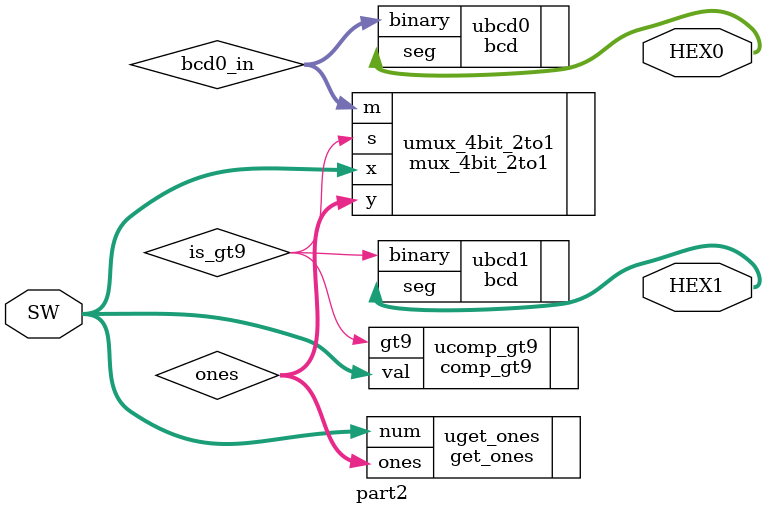
<source format=v>
module part2 (
	input  [3:0] SW,	 // Value displayed in decimal on HEX1 and HEX0
	output [0:6] HEX0, // 7-segment display for unit place
   output [0:6] HEX1  // 7-segment display for tens place
);
	
	wire is_gt9;
	comp_gt9 ucomp_gt9(.val(SW), .gt9(is_gt9));
	
	wire [3:0] ones;
	get_ones uget_ones(.num(SW), .ones(ones));
	
	// If SW > 9 HEX0 gets unit place
	// else HEX0 gets entire number
	wire [3:0] bcd0_in;
	mux_4bit_2to1 umux_4bit_2to1(.s(is_gt9), .x(SW), .y(ones), .m(bcd0_in));
	
	bcd ubcd0(.binary(bcd0_in), .seg(HEX0));
	bcd ubcd1(.binary(is_gt9), .seg(HEX1));

endmodule
</source>
